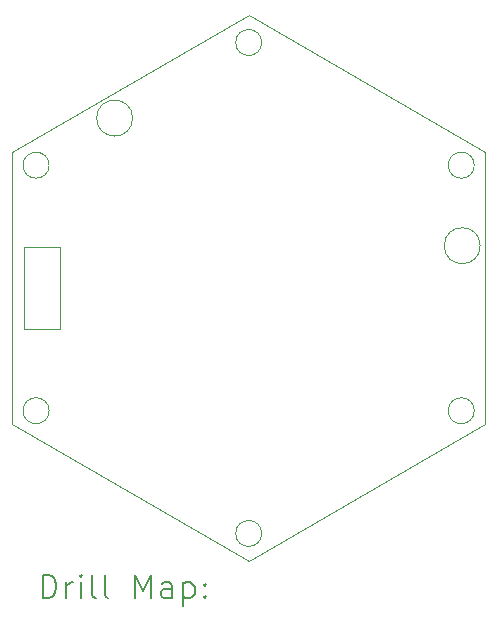
<source format=gbr>
%TF.GenerationSoftware,KiCad,Pcbnew,7.0.5*%
%TF.CreationDate,2024-01-24T02:04:39-05:00*%
%TF.ProjectId,CAMERA_ADAPTER,43414d45-5241-45f4-9144-41505445522e,rev?*%
%TF.SameCoordinates,Original*%
%TF.FileFunction,Drillmap*%
%TF.FilePolarity,Positive*%
%FSLAX45Y45*%
G04 Gerber Fmt 4.5, Leading zero omitted, Abs format (unit mm)*
G04 Created by KiCad (PCBNEW 7.0.5) date 2024-01-24 02:04:39*
%MOMM*%
%LPD*%
G01*
G04 APERTURE LIST*
%ADD10C,0.100000*%
%ADD11C,0.200000*%
G04 APERTURE END LIST*
D10*
X13016000Y-8855761D02*
X13016000Y-11165162D01*
X16926000Y-11049692D02*
G75*
G03*
X16926000Y-11049692I-110000J0D01*
G01*
X14033069Y-8571931D02*
G75*
G03*
X14033069Y-8571931I-152069J0D01*
G01*
X13016000Y-11165162D02*
X15016000Y-12319862D01*
X16926000Y-8971231D02*
G75*
G03*
X16926000Y-8971231I-110000J0D01*
G01*
X13326000Y-8971231D02*
G75*
G03*
X13326000Y-8971231I-110000J0D01*
G01*
X13116000Y-9660461D02*
X13416000Y-9660461D01*
X13416000Y-10360461D01*
X13116000Y-10360461D01*
X13116000Y-9660461D01*
X15016000Y-7701060D02*
X13016000Y-8855761D01*
X17016000Y-8855761D02*
X15016000Y-7701060D01*
X16976000Y-9652362D02*
G75*
G03*
X16976000Y-9652362I-152069J0D01*
G01*
X15126000Y-7932000D02*
G75*
G03*
X15126000Y-7932000I-110000J0D01*
G01*
X15126000Y-12088922D02*
G75*
G03*
X15126000Y-12088922I-110000J0D01*
G01*
X17016000Y-11165162D02*
X17016000Y-8855761D01*
X15016000Y-12319862D02*
X17016000Y-11165162D01*
X13326000Y-11049692D02*
G75*
G03*
X13326000Y-11049692I-110000J0D01*
G01*
D11*
X13271777Y-12636346D02*
X13271777Y-12436346D01*
X13271777Y-12436346D02*
X13319396Y-12436346D01*
X13319396Y-12436346D02*
X13347967Y-12445870D01*
X13347967Y-12445870D02*
X13367015Y-12464917D01*
X13367015Y-12464917D02*
X13376539Y-12483965D01*
X13376539Y-12483965D02*
X13386062Y-12522060D01*
X13386062Y-12522060D02*
X13386062Y-12550632D01*
X13386062Y-12550632D02*
X13376539Y-12588727D01*
X13376539Y-12588727D02*
X13367015Y-12607774D01*
X13367015Y-12607774D02*
X13347967Y-12626822D01*
X13347967Y-12626822D02*
X13319396Y-12636346D01*
X13319396Y-12636346D02*
X13271777Y-12636346D01*
X13471777Y-12636346D02*
X13471777Y-12503012D01*
X13471777Y-12541108D02*
X13481301Y-12522060D01*
X13481301Y-12522060D02*
X13490824Y-12512536D01*
X13490824Y-12512536D02*
X13509872Y-12503012D01*
X13509872Y-12503012D02*
X13528920Y-12503012D01*
X13595586Y-12636346D02*
X13595586Y-12503012D01*
X13595586Y-12436346D02*
X13586062Y-12445870D01*
X13586062Y-12445870D02*
X13595586Y-12455393D01*
X13595586Y-12455393D02*
X13605110Y-12445870D01*
X13605110Y-12445870D02*
X13595586Y-12436346D01*
X13595586Y-12436346D02*
X13595586Y-12455393D01*
X13719396Y-12636346D02*
X13700348Y-12626822D01*
X13700348Y-12626822D02*
X13690824Y-12607774D01*
X13690824Y-12607774D02*
X13690824Y-12436346D01*
X13824158Y-12636346D02*
X13805110Y-12626822D01*
X13805110Y-12626822D02*
X13795586Y-12607774D01*
X13795586Y-12607774D02*
X13795586Y-12436346D01*
X14052729Y-12636346D02*
X14052729Y-12436346D01*
X14052729Y-12436346D02*
X14119396Y-12579203D01*
X14119396Y-12579203D02*
X14186062Y-12436346D01*
X14186062Y-12436346D02*
X14186062Y-12636346D01*
X14367015Y-12636346D02*
X14367015Y-12531584D01*
X14367015Y-12531584D02*
X14357491Y-12512536D01*
X14357491Y-12512536D02*
X14338443Y-12503012D01*
X14338443Y-12503012D02*
X14300348Y-12503012D01*
X14300348Y-12503012D02*
X14281301Y-12512536D01*
X14367015Y-12626822D02*
X14347967Y-12636346D01*
X14347967Y-12636346D02*
X14300348Y-12636346D01*
X14300348Y-12636346D02*
X14281301Y-12626822D01*
X14281301Y-12626822D02*
X14271777Y-12607774D01*
X14271777Y-12607774D02*
X14271777Y-12588727D01*
X14271777Y-12588727D02*
X14281301Y-12569679D01*
X14281301Y-12569679D02*
X14300348Y-12560155D01*
X14300348Y-12560155D02*
X14347967Y-12560155D01*
X14347967Y-12560155D02*
X14367015Y-12550632D01*
X14462253Y-12503012D02*
X14462253Y-12703012D01*
X14462253Y-12512536D02*
X14481301Y-12503012D01*
X14481301Y-12503012D02*
X14519396Y-12503012D01*
X14519396Y-12503012D02*
X14538443Y-12512536D01*
X14538443Y-12512536D02*
X14547967Y-12522060D01*
X14547967Y-12522060D02*
X14557491Y-12541108D01*
X14557491Y-12541108D02*
X14557491Y-12598251D01*
X14557491Y-12598251D02*
X14547967Y-12617298D01*
X14547967Y-12617298D02*
X14538443Y-12626822D01*
X14538443Y-12626822D02*
X14519396Y-12636346D01*
X14519396Y-12636346D02*
X14481301Y-12636346D01*
X14481301Y-12636346D02*
X14462253Y-12626822D01*
X14643205Y-12617298D02*
X14652729Y-12626822D01*
X14652729Y-12626822D02*
X14643205Y-12636346D01*
X14643205Y-12636346D02*
X14633682Y-12626822D01*
X14633682Y-12626822D02*
X14643205Y-12617298D01*
X14643205Y-12617298D02*
X14643205Y-12636346D01*
X14643205Y-12512536D02*
X14652729Y-12522060D01*
X14652729Y-12522060D02*
X14643205Y-12531584D01*
X14643205Y-12531584D02*
X14633682Y-12522060D01*
X14633682Y-12522060D02*
X14643205Y-12512536D01*
X14643205Y-12512536D02*
X14643205Y-12531584D01*
M02*

</source>
